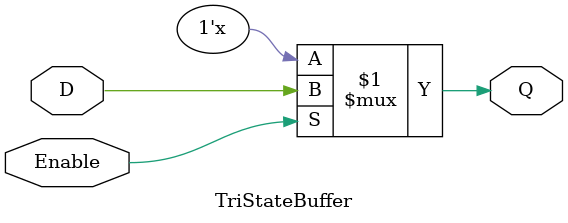
<source format=v>
module TriStateBuffer(
    input D, Enable,
    output Q
);
    
    assign Q = (Enable) ? D : 1'bz;

endmodule

</source>
